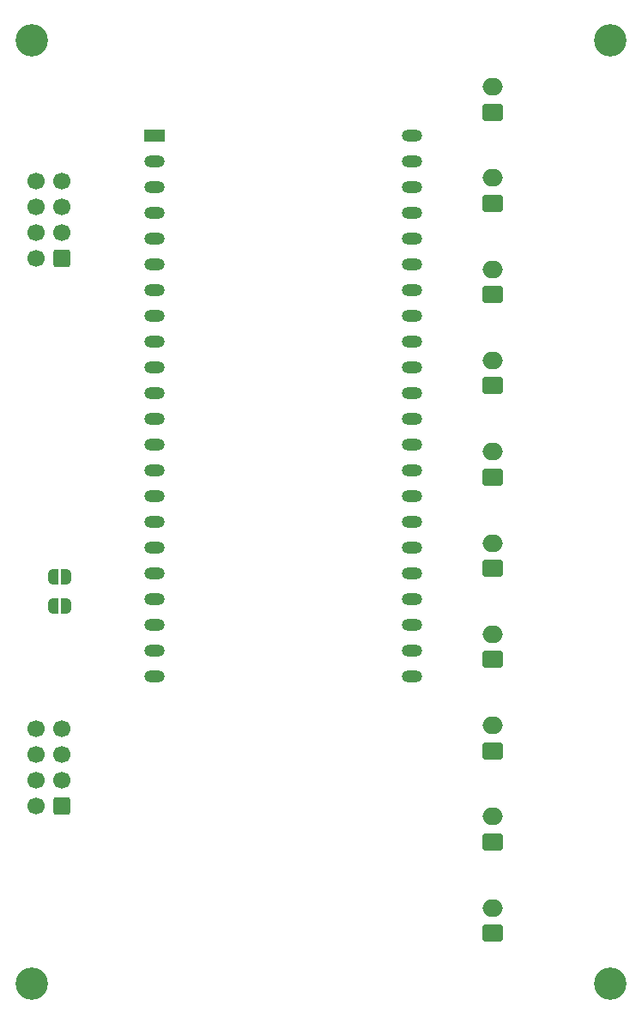
<source format=gbr>
%TF.GenerationSoftware,KiCad,Pcbnew,8.0.6*%
%TF.CreationDate,2025-02-05T19:47:27+13:00*%
%TF.ProjectId,Door Controller,446f6f72-2043-46f6-9e74-726f6c6c6572,rev?*%
%TF.SameCoordinates,Original*%
%TF.FileFunction,Soldermask,Top*%
%TF.FilePolarity,Negative*%
%FSLAX46Y46*%
G04 Gerber Fmt 4.6, Leading zero omitted, Abs format (unit mm)*
G04 Created by KiCad (PCBNEW 8.0.6) date 2025-02-05 19:47:27*
%MOMM*%
%LPD*%
G01*
G04 APERTURE LIST*
G04 Aperture macros list*
%AMRoundRect*
0 Rectangle with rounded corners*
0 $1 Rounding radius*
0 $2 $3 $4 $5 $6 $7 $8 $9 X,Y pos of 4 corners*
0 Add a 4 corners polygon primitive as box body*
4,1,4,$2,$3,$4,$5,$6,$7,$8,$9,$2,$3,0*
0 Add four circle primitives for the rounded corners*
1,1,$1+$1,$2,$3*
1,1,$1+$1,$4,$5*
1,1,$1+$1,$6,$7*
1,1,$1+$1,$8,$9*
0 Add four rect primitives between the rounded corners*
20,1,$1+$1,$2,$3,$4,$5,0*
20,1,$1+$1,$4,$5,$6,$7,0*
20,1,$1+$1,$6,$7,$8,$9,0*
20,1,$1+$1,$8,$9,$2,$3,0*%
%AMFreePoly0*
4,1,19,0.000000,0.744911,0.071157,0.744911,0.207708,0.704816,0.327430,0.627875,0.420627,0.520320,0.479746,0.390866,0.500000,0.250000,0.500000,-0.250000,0.479746,-0.390866,0.420627,-0.520320,0.327430,-0.627875,0.207708,-0.704816,0.071157,-0.744911,0.000000,-0.744911,0.000000,-0.750000,-0.500000,-0.750000,-0.500000,0.750000,0.000000,0.750000,0.000000,0.744911,0.000000,0.744911,
$1*%
%AMFreePoly1*
4,1,19,0.500000,-0.750000,0.000000,-0.750000,0.000000,-0.744911,-0.071157,-0.744911,-0.207708,-0.704816,-0.327430,-0.627875,-0.420627,-0.520320,-0.479746,-0.390866,-0.500000,-0.250000,-0.500000,0.250000,-0.479746,0.390866,-0.420627,0.520320,-0.327430,0.627875,-0.207708,0.704816,-0.071157,0.744911,0.000000,0.744911,0.000000,0.750000,0.500000,0.750000,0.500000,-0.750000,0.500000,-0.750000,
$1*%
G04 Aperture macros list end*
%ADD10O,2.000000X1.700000*%
%ADD11RoundRect,0.250000X0.750000X-0.600000X0.750000X0.600000X-0.750000X0.600000X-0.750000X-0.600000X0*%
%ADD12C,3.200000*%
%ADD13FreePoly0,0.000000*%
%ADD14FreePoly1,0.000000*%
%ADD15C,1.700000*%
%ADD16RoundRect,0.250000X0.600000X0.600000X-0.600000X0.600000X-0.600000X-0.600000X0.600000X-0.600000X0*%
%ADD17O,2.000000X1.200000*%
%ADD18R,2.000000X1.200000*%
G04 APERTURE END LIST*
D10*
%TO.C,J7*%
X98975000Y-112050000D03*
D11*
X98975000Y-114550000D03*
%TD*%
D10*
%TO.C,J1*%
X98975000Y-58050000D03*
D11*
X98975000Y-60550000D03*
%TD*%
D10*
%TO.C,J4*%
X98975000Y-85050000D03*
D11*
X98975000Y-87550000D03*
%TD*%
D12*
%TO.C,h1*%
X53500000Y-53500000D03*
%TD*%
D10*
%TO.C,J5*%
X98975000Y-94050000D03*
D11*
X98975000Y-96550000D03*
%TD*%
D10*
%TO.C,J9*%
X98975000Y-130050000D03*
D11*
X98975000Y-132550000D03*
%TD*%
D10*
%TO.C,J8*%
X98975000Y-121050000D03*
D11*
X98975000Y-123550000D03*
%TD*%
D13*
%TO.C,JP3*%
X56900000Y-109300000D03*
D14*
X55600000Y-109300000D03*
%TD*%
D10*
%TO.C,J3*%
X98975000Y-76050000D03*
D11*
X98975000Y-78550000D03*
%TD*%
D12*
%TO.C,h2*%
X110600000Y-53500000D03*
%TD*%
D15*
%TO.C,J21*%
X53960000Y-67380000D03*
X56500000Y-67380000D03*
X53960000Y-69920000D03*
X56500000Y-69920000D03*
X53960000Y-72460000D03*
X56500000Y-72460000D03*
X53960000Y-75000000D03*
D16*
X56500000Y-75000000D03*
%TD*%
D15*
%TO.C,J22*%
X53960000Y-121380000D03*
X56500000Y-121380000D03*
X53960000Y-123920000D03*
X56500000Y-123920000D03*
X53960000Y-126460000D03*
X56500000Y-126460000D03*
X53960000Y-129000000D03*
D16*
X56500000Y-129000000D03*
%TD*%
D17*
%TO.C,U1*%
X91050000Y-62904740D03*
X91050000Y-65444740D03*
X91050000Y-67984740D03*
X91050000Y-70524740D03*
X91050000Y-73064740D03*
X91050000Y-75604740D03*
X91050000Y-78144740D03*
X91050000Y-80684740D03*
X91050000Y-83224740D03*
X91050000Y-85764740D03*
X91050000Y-88304740D03*
X91050000Y-90844740D03*
X91050000Y-93384740D03*
X91050000Y-95924740D03*
X91050000Y-98464740D03*
X91050000Y-101004740D03*
X91050000Y-103544740D03*
X91050000Y-106084740D03*
X91050000Y-108624740D03*
X91050000Y-111164740D03*
X91050000Y-113704740D03*
X91050000Y-116244740D03*
X65646320Y-116242020D03*
X65646320Y-113702020D03*
X65646320Y-111162020D03*
X65650000Y-108624740D03*
X65650000Y-106084740D03*
X65650000Y-103544740D03*
X65650000Y-101004740D03*
X65650000Y-98464740D03*
X65650000Y-95924740D03*
X65650000Y-93384740D03*
X65650000Y-90844740D03*
X65650000Y-88304740D03*
X65650000Y-85764740D03*
X65650000Y-83224740D03*
X65650000Y-80684740D03*
X65650000Y-78144740D03*
X65650000Y-75604740D03*
X65650000Y-73064740D03*
X65650000Y-70524740D03*
X65650000Y-67984740D03*
X65650000Y-65444740D03*
D18*
X65650000Y-62904740D03*
%TD*%
D12*
%TO.C,h4*%
X110600000Y-146500000D03*
%TD*%
D10*
%TO.C,J2*%
X98975000Y-67050000D03*
D11*
X98975000Y-69550000D03*
%TD*%
D12*
%TO.C,h3*%
X53500000Y-146500000D03*
%TD*%
D10*
%TO.C,J10*%
X98975000Y-139050000D03*
D11*
X98975000Y-141550000D03*
%TD*%
D10*
%TO.C,J6*%
X98975000Y-103050000D03*
D11*
X98975000Y-105550000D03*
%TD*%
D13*
%TO.C,JP2*%
X56900000Y-106400000D03*
D14*
X55600000Y-106400000D03*
%TD*%
M02*

</source>
